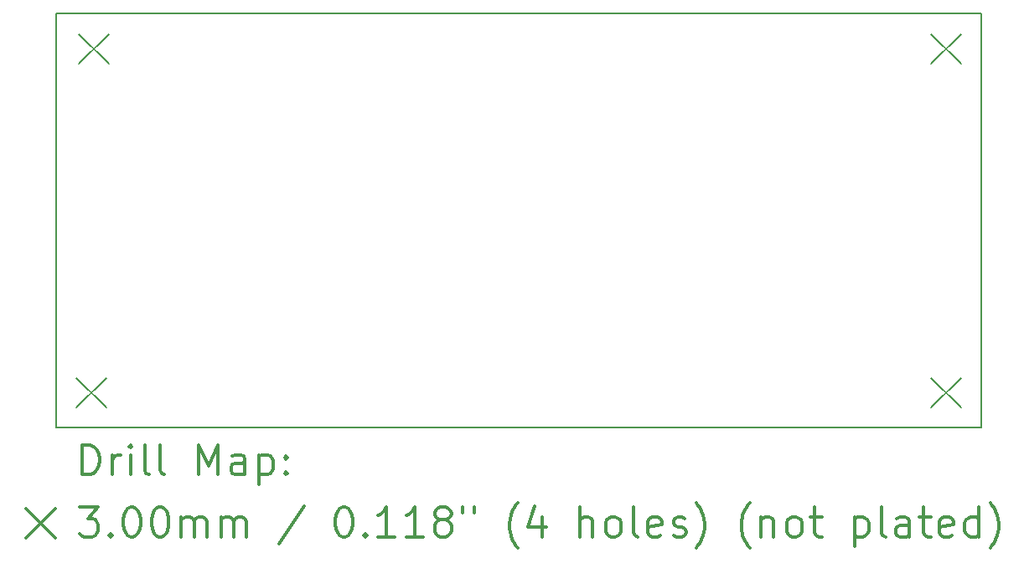
<source format=gbr>
%FSLAX45Y45*%
G04 Gerber Fmt 4.5, Leading zero omitted, Abs format (unit mm)*
G04 Created by KiCad (PCBNEW 4.0.6) date 08/18/17 12:25:05*
%MOMM*%
%LPD*%
G01*
G04 APERTURE LIST*
%ADD10C,0.127000*%
%ADD11C,0.150000*%
%ADD12C,0.200000*%
%ADD13C,0.300000*%
G04 APERTURE END LIST*
D10*
D11*
X13106400Y-6934200D02*
X13106400Y-11125200D01*
X22453600Y-6934200D02*
X13106400Y-6934200D01*
X22453600Y-11125200D02*
X22453600Y-6934200D01*
X13106400Y-11125200D02*
X22453600Y-11125200D01*
D12*
X13312000Y-10619600D02*
X13612000Y-10919600D01*
X13612000Y-10619600D02*
X13312000Y-10919600D01*
X13337400Y-7139800D02*
X13637400Y-7439800D01*
X13637400Y-7139800D02*
X13337400Y-7439800D01*
X21948000Y-7139800D02*
X22248000Y-7439800D01*
X22248000Y-7139800D02*
X21948000Y-7439800D01*
X21948000Y-10619600D02*
X22248000Y-10919600D01*
X22248000Y-10619600D02*
X21948000Y-10919600D01*
D13*
X13370328Y-11598414D02*
X13370328Y-11298414D01*
X13441757Y-11298414D01*
X13484614Y-11312700D01*
X13513186Y-11341271D01*
X13527471Y-11369843D01*
X13541757Y-11426986D01*
X13541757Y-11469843D01*
X13527471Y-11526986D01*
X13513186Y-11555557D01*
X13484614Y-11584129D01*
X13441757Y-11598414D01*
X13370328Y-11598414D01*
X13670328Y-11598414D02*
X13670328Y-11398414D01*
X13670328Y-11455557D02*
X13684614Y-11426986D01*
X13698900Y-11412700D01*
X13727471Y-11398414D01*
X13756043Y-11398414D01*
X13856043Y-11598414D02*
X13856043Y-11398414D01*
X13856043Y-11298414D02*
X13841757Y-11312700D01*
X13856043Y-11326986D01*
X13870328Y-11312700D01*
X13856043Y-11298414D01*
X13856043Y-11326986D01*
X14041757Y-11598414D02*
X14013186Y-11584129D01*
X13998900Y-11555557D01*
X13998900Y-11298414D01*
X14198900Y-11598414D02*
X14170328Y-11584129D01*
X14156043Y-11555557D01*
X14156043Y-11298414D01*
X14541757Y-11598414D02*
X14541757Y-11298414D01*
X14641757Y-11512700D01*
X14741757Y-11298414D01*
X14741757Y-11598414D01*
X15013186Y-11598414D02*
X15013186Y-11441271D01*
X14998900Y-11412700D01*
X14970328Y-11398414D01*
X14913186Y-11398414D01*
X14884614Y-11412700D01*
X15013186Y-11584129D02*
X14984614Y-11598414D01*
X14913186Y-11598414D01*
X14884614Y-11584129D01*
X14870328Y-11555557D01*
X14870328Y-11526986D01*
X14884614Y-11498414D01*
X14913186Y-11484129D01*
X14984614Y-11484129D01*
X15013186Y-11469843D01*
X15156043Y-11398414D02*
X15156043Y-11698414D01*
X15156043Y-11412700D02*
X15184614Y-11398414D01*
X15241757Y-11398414D01*
X15270328Y-11412700D01*
X15284614Y-11426986D01*
X15298900Y-11455557D01*
X15298900Y-11541271D01*
X15284614Y-11569843D01*
X15270328Y-11584129D01*
X15241757Y-11598414D01*
X15184614Y-11598414D01*
X15156043Y-11584129D01*
X15427471Y-11569843D02*
X15441757Y-11584129D01*
X15427471Y-11598414D01*
X15413186Y-11584129D01*
X15427471Y-11569843D01*
X15427471Y-11598414D01*
X15427471Y-11412700D02*
X15441757Y-11426986D01*
X15427471Y-11441271D01*
X15413186Y-11426986D01*
X15427471Y-11412700D01*
X15427471Y-11441271D01*
X12798900Y-11942700D02*
X13098900Y-12242700D01*
X13098900Y-11942700D02*
X12798900Y-12242700D01*
X13341757Y-11928414D02*
X13527471Y-11928414D01*
X13427471Y-12042700D01*
X13470328Y-12042700D01*
X13498900Y-12056986D01*
X13513186Y-12071271D01*
X13527471Y-12099843D01*
X13527471Y-12171271D01*
X13513186Y-12199843D01*
X13498900Y-12214129D01*
X13470328Y-12228414D01*
X13384614Y-12228414D01*
X13356043Y-12214129D01*
X13341757Y-12199843D01*
X13656043Y-12199843D02*
X13670328Y-12214129D01*
X13656043Y-12228414D01*
X13641757Y-12214129D01*
X13656043Y-12199843D01*
X13656043Y-12228414D01*
X13856043Y-11928414D02*
X13884614Y-11928414D01*
X13913186Y-11942700D01*
X13927471Y-11956986D01*
X13941757Y-11985557D01*
X13956043Y-12042700D01*
X13956043Y-12114129D01*
X13941757Y-12171271D01*
X13927471Y-12199843D01*
X13913186Y-12214129D01*
X13884614Y-12228414D01*
X13856043Y-12228414D01*
X13827471Y-12214129D01*
X13813186Y-12199843D01*
X13798900Y-12171271D01*
X13784614Y-12114129D01*
X13784614Y-12042700D01*
X13798900Y-11985557D01*
X13813186Y-11956986D01*
X13827471Y-11942700D01*
X13856043Y-11928414D01*
X14141757Y-11928414D02*
X14170328Y-11928414D01*
X14198900Y-11942700D01*
X14213186Y-11956986D01*
X14227471Y-11985557D01*
X14241757Y-12042700D01*
X14241757Y-12114129D01*
X14227471Y-12171271D01*
X14213186Y-12199843D01*
X14198900Y-12214129D01*
X14170328Y-12228414D01*
X14141757Y-12228414D01*
X14113186Y-12214129D01*
X14098900Y-12199843D01*
X14084614Y-12171271D01*
X14070328Y-12114129D01*
X14070328Y-12042700D01*
X14084614Y-11985557D01*
X14098900Y-11956986D01*
X14113186Y-11942700D01*
X14141757Y-11928414D01*
X14370328Y-12228414D02*
X14370328Y-12028414D01*
X14370328Y-12056986D02*
X14384614Y-12042700D01*
X14413186Y-12028414D01*
X14456043Y-12028414D01*
X14484614Y-12042700D01*
X14498900Y-12071271D01*
X14498900Y-12228414D01*
X14498900Y-12071271D02*
X14513186Y-12042700D01*
X14541757Y-12028414D01*
X14584614Y-12028414D01*
X14613186Y-12042700D01*
X14627471Y-12071271D01*
X14627471Y-12228414D01*
X14770328Y-12228414D02*
X14770328Y-12028414D01*
X14770328Y-12056986D02*
X14784614Y-12042700D01*
X14813186Y-12028414D01*
X14856043Y-12028414D01*
X14884614Y-12042700D01*
X14898900Y-12071271D01*
X14898900Y-12228414D01*
X14898900Y-12071271D02*
X14913186Y-12042700D01*
X14941757Y-12028414D01*
X14984614Y-12028414D01*
X15013186Y-12042700D01*
X15027471Y-12071271D01*
X15027471Y-12228414D01*
X15613186Y-11914129D02*
X15356043Y-12299843D01*
X15998900Y-11928414D02*
X16027471Y-11928414D01*
X16056043Y-11942700D01*
X16070328Y-11956986D01*
X16084614Y-11985557D01*
X16098900Y-12042700D01*
X16098900Y-12114129D01*
X16084614Y-12171271D01*
X16070328Y-12199843D01*
X16056043Y-12214129D01*
X16027471Y-12228414D01*
X15998900Y-12228414D01*
X15970328Y-12214129D01*
X15956043Y-12199843D01*
X15941757Y-12171271D01*
X15927471Y-12114129D01*
X15927471Y-12042700D01*
X15941757Y-11985557D01*
X15956043Y-11956986D01*
X15970328Y-11942700D01*
X15998900Y-11928414D01*
X16227471Y-12199843D02*
X16241757Y-12214129D01*
X16227471Y-12228414D01*
X16213186Y-12214129D01*
X16227471Y-12199843D01*
X16227471Y-12228414D01*
X16527471Y-12228414D02*
X16356043Y-12228414D01*
X16441757Y-12228414D02*
X16441757Y-11928414D01*
X16413185Y-11971271D01*
X16384614Y-11999843D01*
X16356043Y-12014129D01*
X16813186Y-12228414D02*
X16641757Y-12228414D01*
X16727471Y-12228414D02*
X16727471Y-11928414D01*
X16698900Y-11971271D01*
X16670328Y-11999843D01*
X16641757Y-12014129D01*
X16984614Y-12056986D02*
X16956043Y-12042700D01*
X16941757Y-12028414D01*
X16927471Y-11999843D01*
X16927471Y-11985557D01*
X16941757Y-11956986D01*
X16956043Y-11942700D01*
X16984614Y-11928414D01*
X17041757Y-11928414D01*
X17070328Y-11942700D01*
X17084614Y-11956986D01*
X17098900Y-11985557D01*
X17098900Y-11999843D01*
X17084614Y-12028414D01*
X17070328Y-12042700D01*
X17041757Y-12056986D01*
X16984614Y-12056986D01*
X16956043Y-12071271D01*
X16941757Y-12085557D01*
X16927471Y-12114129D01*
X16927471Y-12171271D01*
X16941757Y-12199843D01*
X16956043Y-12214129D01*
X16984614Y-12228414D01*
X17041757Y-12228414D01*
X17070328Y-12214129D01*
X17084614Y-12199843D01*
X17098900Y-12171271D01*
X17098900Y-12114129D01*
X17084614Y-12085557D01*
X17070328Y-12071271D01*
X17041757Y-12056986D01*
X17213186Y-11928414D02*
X17213186Y-11985557D01*
X17327471Y-11928414D02*
X17327471Y-11985557D01*
X17770328Y-12342700D02*
X17756043Y-12328414D01*
X17727471Y-12285557D01*
X17713186Y-12256986D01*
X17698900Y-12214129D01*
X17684614Y-12142700D01*
X17684614Y-12085557D01*
X17698900Y-12014129D01*
X17713186Y-11971271D01*
X17727471Y-11942700D01*
X17756043Y-11899843D01*
X17770328Y-11885557D01*
X18013186Y-12028414D02*
X18013186Y-12228414D01*
X17941757Y-11914129D02*
X17870328Y-12128414D01*
X18056043Y-12128414D01*
X18398900Y-12228414D02*
X18398900Y-11928414D01*
X18527471Y-12228414D02*
X18527471Y-12071271D01*
X18513186Y-12042700D01*
X18484614Y-12028414D01*
X18441757Y-12028414D01*
X18413186Y-12042700D01*
X18398900Y-12056986D01*
X18713186Y-12228414D02*
X18684614Y-12214129D01*
X18670328Y-12199843D01*
X18656043Y-12171271D01*
X18656043Y-12085557D01*
X18670328Y-12056986D01*
X18684614Y-12042700D01*
X18713186Y-12028414D01*
X18756043Y-12028414D01*
X18784614Y-12042700D01*
X18798900Y-12056986D01*
X18813186Y-12085557D01*
X18813186Y-12171271D01*
X18798900Y-12199843D01*
X18784614Y-12214129D01*
X18756043Y-12228414D01*
X18713186Y-12228414D01*
X18984614Y-12228414D02*
X18956043Y-12214129D01*
X18941757Y-12185557D01*
X18941757Y-11928414D01*
X19213186Y-12214129D02*
X19184614Y-12228414D01*
X19127471Y-12228414D01*
X19098900Y-12214129D01*
X19084614Y-12185557D01*
X19084614Y-12071271D01*
X19098900Y-12042700D01*
X19127471Y-12028414D01*
X19184614Y-12028414D01*
X19213186Y-12042700D01*
X19227471Y-12071271D01*
X19227471Y-12099843D01*
X19084614Y-12128414D01*
X19341757Y-12214129D02*
X19370329Y-12228414D01*
X19427471Y-12228414D01*
X19456043Y-12214129D01*
X19470329Y-12185557D01*
X19470329Y-12171271D01*
X19456043Y-12142700D01*
X19427471Y-12128414D01*
X19384614Y-12128414D01*
X19356043Y-12114129D01*
X19341757Y-12085557D01*
X19341757Y-12071271D01*
X19356043Y-12042700D01*
X19384614Y-12028414D01*
X19427471Y-12028414D01*
X19456043Y-12042700D01*
X19570328Y-12342700D02*
X19584614Y-12328414D01*
X19613186Y-12285557D01*
X19627471Y-12256986D01*
X19641757Y-12214129D01*
X19656043Y-12142700D01*
X19656043Y-12085557D01*
X19641757Y-12014129D01*
X19627471Y-11971271D01*
X19613186Y-11942700D01*
X19584614Y-11899843D01*
X19570328Y-11885557D01*
X20113186Y-12342700D02*
X20098900Y-12328414D01*
X20070328Y-12285557D01*
X20056043Y-12256986D01*
X20041757Y-12214129D01*
X20027471Y-12142700D01*
X20027471Y-12085557D01*
X20041757Y-12014129D01*
X20056043Y-11971271D01*
X20070328Y-11942700D01*
X20098900Y-11899843D01*
X20113186Y-11885557D01*
X20227471Y-12028414D02*
X20227471Y-12228414D01*
X20227471Y-12056986D02*
X20241757Y-12042700D01*
X20270328Y-12028414D01*
X20313186Y-12028414D01*
X20341757Y-12042700D01*
X20356043Y-12071271D01*
X20356043Y-12228414D01*
X20541757Y-12228414D02*
X20513186Y-12214129D01*
X20498900Y-12199843D01*
X20484614Y-12171271D01*
X20484614Y-12085557D01*
X20498900Y-12056986D01*
X20513186Y-12042700D01*
X20541757Y-12028414D01*
X20584614Y-12028414D01*
X20613186Y-12042700D01*
X20627471Y-12056986D01*
X20641757Y-12085557D01*
X20641757Y-12171271D01*
X20627471Y-12199843D01*
X20613186Y-12214129D01*
X20584614Y-12228414D01*
X20541757Y-12228414D01*
X20727471Y-12028414D02*
X20841757Y-12028414D01*
X20770329Y-11928414D02*
X20770329Y-12185557D01*
X20784614Y-12214129D01*
X20813186Y-12228414D01*
X20841757Y-12228414D01*
X21170329Y-12028414D02*
X21170329Y-12328414D01*
X21170329Y-12042700D02*
X21198900Y-12028414D01*
X21256043Y-12028414D01*
X21284614Y-12042700D01*
X21298900Y-12056986D01*
X21313186Y-12085557D01*
X21313186Y-12171271D01*
X21298900Y-12199843D01*
X21284614Y-12214129D01*
X21256043Y-12228414D01*
X21198900Y-12228414D01*
X21170329Y-12214129D01*
X21484614Y-12228414D02*
X21456043Y-12214129D01*
X21441757Y-12185557D01*
X21441757Y-11928414D01*
X21727471Y-12228414D02*
X21727471Y-12071271D01*
X21713186Y-12042700D01*
X21684614Y-12028414D01*
X21627471Y-12028414D01*
X21598900Y-12042700D01*
X21727471Y-12214129D02*
X21698900Y-12228414D01*
X21627471Y-12228414D01*
X21598900Y-12214129D01*
X21584614Y-12185557D01*
X21584614Y-12156986D01*
X21598900Y-12128414D01*
X21627471Y-12114129D01*
X21698900Y-12114129D01*
X21727471Y-12099843D01*
X21827471Y-12028414D02*
X21941757Y-12028414D01*
X21870329Y-11928414D02*
X21870329Y-12185557D01*
X21884614Y-12214129D01*
X21913186Y-12228414D01*
X21941757Y-12228414D01*
X22156043Y-12214129D02*
X22127472Y-12228414D01*
X22070329Y-12228414D01*
X22041757Y-12214129D01*
X22027472Y-12185557D01*
X22027472Y-12071271D01*
X22041757Y-12042700D01*
X22070329Y-12028414D01*
X22127472Y-12028414D01*
X22156043Y-12042700D01*
X22170329Y-12071271D01*
X22170329Y-12099843D01*
X22027472Y-12128414D01*
X22427471Y-12228414D02*
X22427471Y-11928414D01*
X22427471Y-12214129D02*
X22398900Y-12228414D01*
X22341757Y-12228414D01*
X22313186Y-12214129D01*
X22298900Y-12199843D01*
X22284614Y-12171271D01*
X22284614Y-12085557D01*
X22298900Y-12056986D01*
X22313186Y-12042700D01*
X22341757Y-12028414D01*
X22398900Y-12028414D01*
X22427471Y-12042700D01*
X22541757Y-12342700D02*
X22556043Y-12328414D01*
X22584614Y-12285557D01*
X22598900Y-12256986D01*
X22613186Y-12214129D01*
X22627471Y-12142700D01*
X22627471Y-12085557D01*
X22613186Y-12014129D01*
X22598900Y-11971271D01*
X22584614Y-11942700D01*
X22556043Y-11899843D01*
X22541757Y-11885557D01*
M02*

</source>
